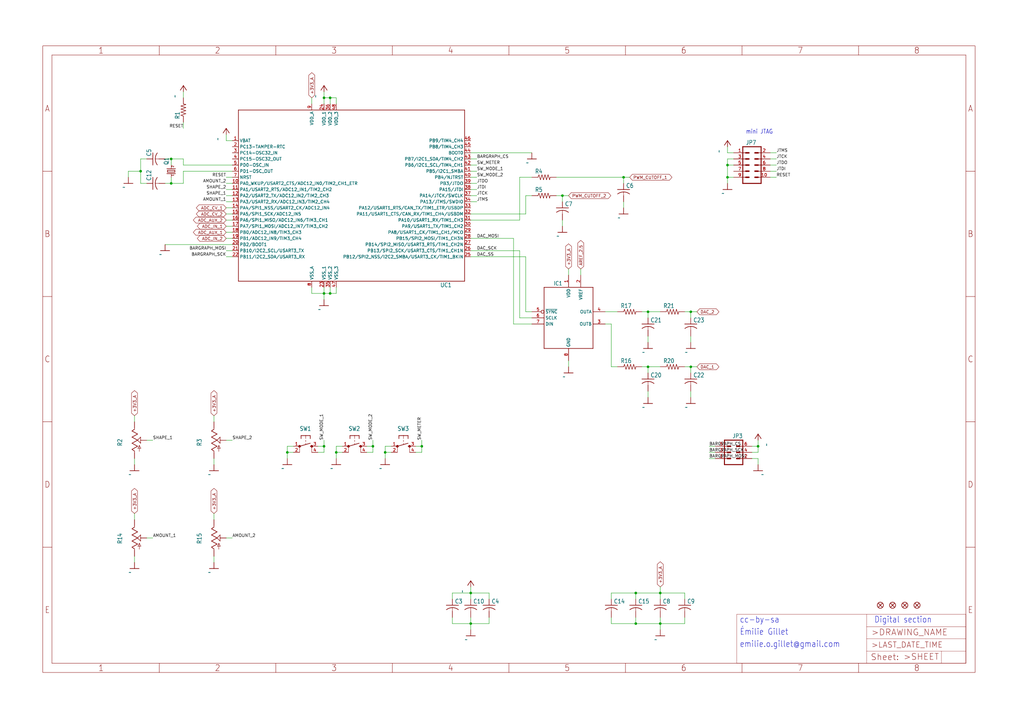
<source format=kicad_sch>
(kicad_sch (version 20211123) (generator eeschema)
  (paper "User" 425.45 299.161)
  (lib_symbols
    (symbol "streams_v05-eagle-import:+3V3" (power)
      (property "Value" "+3V3" (at -2.54 -5.08 90))
      (symbol "+3V3_1_0"
        (polyline (pts (xy 0 0) (xy -1.27 -1.905)) (stroke (width 0.254)))
        (polyline (pts (xy 1.27 -1.905) (xy 0 0)) (stroke (width 0.254)))
        (pin power_in line (at 0 -2.54 90) (length 2.54) (name "+3V3") (number "1"))
      )
    )
    (symbol "streams_v05-eagle-import:A3L-LOC"
      (symbol "A3L-LOC_0_0"
        (polyline (pts (xy 0 52.07) (xy 3.81 52.07)))
        (polyline (pts (xy 0 104.14) (xy 3.81 104.14)))
        (polyline (pts (xy 0 156.21) (xy 3.81 156.21)))
        (polyline (pts (xy 0 208.28) (xy 3.81 208.28)))
        (polyline (pts (xy 3.81 3.81) (xy 3.81 256.54)))
        (polyline (pts (xy 48.4188 0) (xy 48.4188 3.81)))
        (polyline (pts (xy 48.4188 256.54) (xy 48.4188 260.35)))
        (polyline (pts (xy 96.8375 0) (xy 96.8375 3.81)))
        (polyline (pts (xy 96.8375 256.54) (xy 96.8375 260.35)))
        (polyline (pts (xy 145.2563 0) (xy 145.2563 3.81)))
        (polyline (pts (xy 145.2563 256.54) (xy 145.2563 260.35)))
        (polyline (pts (xy 193.675 0) (xy 193.675 3.81)))
        (polyline (pts (xy 193.675 256.54) (xy 193.675 260.35)))
        (polyline (pts (xy 242.0938 0) (xy 242.0938 3.81)))
        (polyline (pts (xy 242.0938 256.54) (xy 242.0938 260.35)))
        (polyline (pts (xy 290.5125 0) (xy 290.5125 3.81)))
        (polyline (pts (xy 290.5125 256.54) (xy 290.5125 260.35)))
        (polyline (pts (xy 338.9313 0) (xy 338.9313 3.81)))
        (polyline (pts (xy 338.9313 256.54) (xy 338.9313 260.35)))
        (polyline (pts (xy 383.54 3.81) (xy 3.81 3.81)))
        (polyline (pts (xy 383.54 3.81) (xy 383.54 256.54)))
        (polyline (pts (xy 383.54 52.07) (xy 387.35 52.07)))
        (polyline (pts (xy 383.54 104.14) (xy 387.35 104.14)))
        (polyline (pts (xy 383.54 156.21) (xy 387.35 156.21)))
        (polyline (pts (xy 383.54 208.28) (xy 387.35 208.28)))
        (polyline (pts (xy 383.54 256.54) (xy 3.81 256.54)))
        (polyline (pts (xy 0 0) (xy 387.35 0) (xy 387.35 260.35) (xy 0 260.35) (xy 0 0)))
        (text "1" (at 24.2094 1.905 0) (effects (font (size 2.54 2.286))))
        (text "1" (at 24.2094 258.445 0) (effects (font (size 2.54 2.286))))
        (text "2" (at 72.6281 1.905 0) (effects (font (size 2.54 2.286))))
        (text "2" (at 72.6281 258.445 0) (effects (font (size 2.54 2.286))))
        (text "3" (at 121.0469 1.905 0) (effects (font (size 2.54 2.286))))
        (text "3" (at 121.0469 258.445 0) (effects (font (size 2.54 2.286))))
        (text "4" (at 169.4656 1.905 0) (effects (font (size 2.54 2.286))))
        (text "4" (at 169.4656 258.445 0) (effects (font (size 2.54 2.286))))
        (text "5" (at 217.8844 1.905 0) (effects (font (size 2.54 2.286))))
        (text "5" (at 217.8844 258.445 0) (effects (font (size 2.54 2.286))))
        (text "6" (at 266.3031 1.905 0) (effects (font (size 2.54 2.286))))
        (text "6" (at 266.3031 258.445 0) (effects (font (size 2.54 2.286))))
        (text "7" (at 314.7219 1.905 0) (effects (font (size 2.54 2.286))))
        (text "7" (at 314.7219 258.445 0) (effects (font (size 2.54 2.286))))
        (text "8" (at 363.1406 1.905 0) (effects (font (size 2.54 2.286))))
        (text "8" (at 363.1406 258.445 0) (effects (font (size 2.54 2.286))))
        (text "A" (at 1.905 234.315 0) (effects (font (size 2.54 2.286))))
        (text "A" (at 385.445 234.315 0) (effects (font (size 2.54 2.286))))
        (text "B" (at 1.905 182.245 0) (effects (font (size 2.54 2.286))))
        (text "B" (at 385.445 182.245 0) (effects (font (size 2.54 2.286))))
        (text "C" (at 1.905 130.175 0) (effects (font (size 2.54 2.286))))
        (text "C" (at 385.445 130.175 0) (effects (font (size 2.54 2.286))))
        (text "D" (at 1.905 78.105 0) (effects (font (size 2.54 2.286))))
        (text "D" (at 385.445 78.105 0) (effects (font (size 2.54 2.286))))
        (text "E" (at 1.905 26.035 0) (effects (font (size 2.54 2.286))))
        (text "E" (at 385.445 26.035 0) (effects (font (size 2.54 2.286))))
      )
      (symbol "A3L-LOC_1_0"
        (polyline (pts (xy 288.29 3.81) (xy 288.29 24.13)) (stroke (width 0.1016)))
        (polyline (pts (xy 288.29 3.81) (xy 342.265 3.81)) (stroke (width 0.1016)))
        (polyline (pts (xy 288.29 24.13) (xy 342.265 24.13)) (stroke (width 0.1016)))
        (polyline (pts (xy 342.265 3.81) (xy 373.38 3.81)) (stroke (width 0.1016)))
        (polyline (pts (xy 342.265 8.89) (xy 342.265 3.81)) (stroke (width 0.1016)))
        (polyline (pts (xy 342.265 8.89) (xy 342.265 13.97)) (stroke (width 0.1016)))
        (polyline (pts (xy 342.265 13.97) (xy 342.265 19.05)) (stroke (width 0.1016)))
        (polyline (pts (xy 342.265 13.97) (xy 383.54 13.97)) (stroke (width 0.1016)))
        (polyline (pts (xy 342.265 19.05) (xy 342.265 24.13)) (stroke (width 0.1016)))
        (polyline (pts (xy 342.265 19.05) (xy 383.54 19.05)) (stroke (width 0.1016)))
        (polyline (pts (xy 342.265 24.13) (xy 383.54 24.13)) (stroke (width 0.1016)))
        (polyline (pts (xy 373.38 3.81) (xy 373.38 8.89)) (stroke (width 0.1016)))
        (polyline (pts (xy 373.38 3.81) (xy 383.54 3.81)) (stroke (width 0.1016)))
        (polyline (pts (xy 373.38 8.89) (xy 342.265 8.89)) (stroke (width 0.1016)))
        (polyline (pts (xy 373.38 8.89) (xy 383.54 8.89)) (stroke (width 0.1016)))
        (polyline (pts (xy 383.54 3.81) (xy 383.54 8.89)) (stroke (width 0.1016)))
        (polyline (pts (xy 383.54 8.89) (xy 383.54 13.97)) (stroke (width 0.1016)))
        (polyline (pts (xy 383.54 13.97) (xy 383.54 19.05)) (stroke (width 0.1016)))
        (polyline (pts (xy 383.54 19.05) (xy 383.54 24.13)) (stroke (width 0.1016)))
        (text ">DRAWING_NAME" (at 344.17 15.24 0) (effects (font (size 2.54 2.54)) (justify left bottom)))
        (text ">LAST_DATE_TIME" (at 344.17 10.16 0) (effects (font (size 2.286 2.286)) (justify left bottom)))
        (text ">SHEET" (at 357.505 5.08 0) (effects (font (size 2.54 2.54)) (justify left bottom)))
        (text "Sheet:" (at 343.916 4.953 0) (effects (font (size 2.54 2.54)) (justify left bottom)))
      )
    )
    (symbol "streams_v05-eagle-import:C-USC0603"
      (property "Reference" "C" (at 1.016 0.635 0))
      (property "Value" "C-USC0603" (at 1.016 -4.191 0))
      (symbol "C-USC0603_1_0"
        (arc (start 0 -1.0161) (mid -1.302 -1.2303) (end -2.4668 -1.8504) (stroke (width 0.254)))
        (polyline (pts (xy -2.54 0) (xy 2.54 0)) (stroke (width 0.254)))
        (polyline (pts (xy 0 -1.016) (xy 0 -2.54)) (stroke (width 0.1524)))
        (arc (start 2.4892 -1.8542) (mid 1.3158 -1.2195) (end 0 -1) (stroke (width 0.254)))
        (pin passive line (at 0 2.54 270) (length 2.54) (name "1") (number "1"))
        (pin passive line (at 0 -5.08 90) (length 2.54) (name "2") (number "2"))
      )
    )
    (symbol "streams_v05-eagle-import:CRYSTALHC49UP"
      (property "Reference" "Q" (at 2.54 1.016 0))
      (property "Value" "CRYSTALHC49UP" (at 2.54 -2.54 0))
      (symbol "CRYSTALHC49UP_1_0"
        (polyline (pts (xy -2.54 0) (xy -1.016 0)) (stroke (width 0.1524)))
        (polyline (pts (xy -1.016 1.778) (xy -1.016 -1.778)) (stroke (width 0.254)))
        (polyline (pts (xy -0.381 -1.524) (xy 0.381 -1.524)) (stroke (width 0.254)))
        (polyline (pts (xy -0.381 1.524) (xy -0.381 -1.524)) (stroke (width 0.254)))
        (polyline (pts (xy 0.381 -1.524) (xy 0.381 1.524)) (stroke (width 0.254)))
        (polyline (pts (xy 0.381 1.524) (xy -0.381 1.524)) (stroke (width 0.254)))
        (polyline (pts (xy 1.016 0) (xy 2.54 0)) (stroke (width 0.1524)))
        (polyline (pts (xy 1.016 1.778) (xy 1.016 -1.778)) (stroke (width 0.254)))
        (text "1" (at -2.159 -1.143 0) (effects (font (size 0.8636 0.734)) (justify left bottom)))
        (text "2" (at 1.524 -1.143 0) (effects (font (size 0.8636 0.734)) (justify left bottom)))
        (pin passive line (at -2.54 0 0) (length 0) (name "1") (number "1"))
        (pin passive line (at 2.54 0 180) (length 0) (name "2") (number "2"))
      )
    )
    (symbol "streams_v05-eagle-import:DAC8552"
      (property "Reference" "IC" (at -2.54 15.24 0))
      (property "Value" "DAC8552" (at -10.16 -15.24 0))
      (symbol "DAC8552_1_0"
        (polyline (pts (xy -10.16 -12.7) (xy -10.16 12.7)) (stroke (width 0.254)))
        (polyline (pts (xy -10.16 12.7) (xy 10.16 12.7)) (stroke (width 0.254)))
        (polyline (pts (xy 10.16 -12.7) (xy -10.16 -12.7)) (stroke (width 0.254)))
        (polyline (pts (xy 10.16 12.7) (xy 10.16 -12.7)) (stroke (width 0.254)))
        (pin power_in line (at 0 17.78 270) (length 5.08) (name "VDD") (number "1"))
        (pin power_in line (at 5.08 17.78 270) (length 5.08) (name "VREF") (number "2"))
        (pin input line (at 15.24 -2.54 180) (length 5.08) (name "OUTB") (number "3"))
        (pin output line (at 15.24 2.54 180) (length 5.08) (name "OUTA") (number "4"))
        (pin bidirectional inverted (at -15.24 2.54 0) (length 5.08) (name "~{SYNC}") (number "5"))
        (pin bidirectional line (at -15.24 0 0) (length 5.08) (name "SCLK") (number "6"))
        (pin bidirectional line (at -15.24 -2.54 0) (length 5.08) (name "DIN") (number "7"))
        (pin power_in line (at 0 -17.78 90) (length 5.08) (name "GND") (number "8"))
      )
    )
    (symbol "streams_v05-eagle-import:FIDUCIAL1X2"
      (symbol "FIDUCIAL1X2_1_0"
        (polyline (pts (xy -0.762 0.762) (xy 0.762 -0.762)) (stroke (width 0.254)))
        (polyline (pts (xy 0.762 0.762) (xy -0.762 -0.762)) (stroke (width 0.254)))
        (circle (center 0 0) (radius 1.27) (stroke (width 0.254)))
      )
    )
    (symbol "streams_v05-eagle-import:GND" (power)
      (property "Value" "GND" (at -2.54 -2.54 0))
      (symbol "GND_1_0"
        (polyline (pts (xy -1.905 0) (xy 1.905 0)) (stroke (width 0.254)))
        (pin power_in line (at 0 2.54 270) (length 2.54) (name "GND") (number "1"))
      )
    )
    (symbol "streams_v05-eagle-import:M03X2BOTTOM"
      (property "Reference" "JP" (at -3.81 5.842 0))
      (property "Value" "M03X2BOTTOM" (at -3.81 -7.62 0))
      (symbol "M03X2BOTTOM_1_0"
        (polyline (pts (xy -3.81 5.08) (xy -3.81 -5.08)) (stroke (width 0.4064)))
        (polyline (pts (xy -3.81 5.08) (xy 3.81 5.08)) (stroke (width 0.4064)))
        (polyline (pts (xy -2.54 -2.54) (xy -1.27 -2.54)) (stroke (width 0.6096)))
        (polyline (pts (xy -2.54 0) (xy -1.27 0)) (stroke (width 0.6096)))
        (polyline (pts (xy -2.54 2.54) (xy -1.27 2.54)) (stroke (width 0.6096)))
        (polyline (pts (xy 1.27 -2.54) (xy 2.54 -2.54)) (stroke (width 0.6096)))
        (polyline (pts (xy 1.27 0) (xy 2.54 0)) (stroke (width 0.6096)))
        (polyline (pts (xy 1.27 2.54) (xy 2.54 2.54)) (stroke (width 0.6096)))
        (polyline (pts (xy 3.81 -5.08) (xy -3.81 -5.08)) (stroke (width 0.4064)))
        (polyline (pts (xy 3.81 -5.08) (xy 3.81 5.08)) (stroke (width 0.4064)))
        (pin passive line (at 7.62 -2.54 180) (length 5.08) (name "1") (number "1"))
        (pin passive line (at -7.62 -2.54 0) (length 5.08) (name "2") (number "2"))
        (pin passive line (at 7.62 0 180) (length 5.08) (name "3") (number "3"))
        (pin passive line (at -7.62 0 0) (length 5.08) (name "4") (number "4"))
        (pin passive line (at 7.62 2.54 180) (length 5.08) (name "5") (number "5"))
        (pin passive line (at -7.62 2.54 0) (length 5.08) (name "6") (number "6"))
      )
    )
    (symbol "streams_v05-eagle-import:M05X2MINIJTAG"
      (property "Reference" "JP" (at -2.54 8.382 0))
      (property "Value" "M05X2MINIJTAG" (at -2.54 -10.16 0))
      (symbol "M05X2MINIJTAG_1_0"
        (polyline (pts (xy -3.81 7.62) (xy -3.81 -7.62)) (stroke (width 0.4064)))
        (polyline (pts (xy -3.81 7.62) (xy 3.81 7.62)) (stroke (width 0.4064)))
        (polyline (pts (xy -1.27 -5.08) (xy -2.54 -5.08)) (stroke (width 0.6096)))
        (polyline (pts (xy -1.27 -2.54) (xy -2.54 -2.54)) (stroke (width 0.6096)))
        (polyline (pts (xy -1.27 0) (xy -2.54 0)) (stroke (width 0.6096)))
        (polyline (pts (xy -1.27 2.54) (xy -2.54 2.54)) (stroke (width 0.6096)))
        (polyline (pts (xy -1.27 5.08) (xy -2.54 5.08)) (stroke (width 0.6096)))
        (polyline (pts (xy 1.27 -5.08) (xy 2.54 -5.08)) (stroke (width 0.6096)))
        (polyline (pts (xy 1.27 -2.54) (xy 2.54 -2.54)) (stroke (width 0.6096)))
        (polyline (pts (xy 1.27 0) (xy 2.54 0)) (stroke (width 0.6096)))
        (polyline (pts (xy 1.27 2.54) (xy 2.54 2.54)) (stroke (width 0.6096)))
        (polyline (pts (xy 1.27 5.08) (xy 2.54 5.08)) (stroke (width 0.6096)))
        (polyline (pts (xy 3.81 -7.62) (xy -3.81 -7.62)) (stroke (width 0.4064)))
        (polyline (pts (xy 3.81 -7.62) (xy 3.81 7.62)) (stroke (width 0.4064)))
        (pin passive line (at -7.62 5.08 0) (length 5.08) (name "1") (number "1"))
        (pin passive line (at 7.62 -5.08 180) (length 5.08) (name "10") (number "10"))
        (pin passive line (at 7.62 5.08 180) (length 5.08) (name "2") (number "2"))
        (pin passive line (at -7.62 2.54 0) (length 5.08) (name "3") (number "3"))
        (pin passive line (at 7.62 2.54 180) (length 5.08) (name "4") (number "4"))
        (pin passive line (at -7.62 0 0) (length 5.08) (name "5") (number "5"))
        (pin passive line (at 7.62 0 180) (length 5.08) (name "6") (number "6"))
        (pin passive line (at -7.62 -2.54 0) (length 5.08) (name "7") (number "7"))
        (pin passive line (at 7.62 -2.54 180) (length 5.08) (name "8") (number "8"))
        (pin passive line (at -7.62 -5.08 0) (length 5.08) (name "9") (number "9"))
      )
    )
    (symbol "streams_v05-eagle-import:POT_USVERTICAL_PS"
      (property "Reference" "R" (at -5.08 -2.54 90))
      (property "Value" "POT_USVERTICAL_PS" (at -2.54 -2.54 90))
      (symbol "POT_USVERTICAL_PS_1_0"
        (polyline (pts (xy -1.016 -3.81) (xy 1.27 -2.54)) (stroke (width 0.254)))
        (polyline (pts (xy -1.016 -1.27) (xy 1.27 0)) (stroke (width 0.254)))
        (polyline (pts (xy -1.016 1.27) (xy 1.27 2.54)) (stroke (width 0.254)))
        (polyline (pts (xy -1.016 3.81) (xy 0 4.572)) (stroke (width 0.254)))
        (polyline (pts (xy 0 -5.08) (xy 0 -4.572)) (stroke (width 0.1524)))
        (polyline (pts (xy 0 -4.572) (xy -1.016 -3.81)) (stroke (width 0.254)))
        (polyline (pts (xy 0 4.572) (xy 0 5.08)) (stroke (width 0.1524)))
        (polyline (pts (xy 1.27 -2.54) (xy -1.016 -1.27)) (stroke (width 0.254)))
        (polyline (pts (xy 1.27 0) (xy -1.016 1.27)) (stroke (width 0.254)))
        (polyline (pts (xy 1.27 0) (xy 2.54 1.27)) (stroke (width 0.2032)))
        (polyline (pts (xy 1.27 2.54) (xy -1.016 3.81)) (stroke (width 0.254)))
        (polyline (pts (xy 1.397 -3.429) (xy 2.032 -2.159)) (stroke (width 0.1524)))
        (polyline (pts (xy 2.032 -4.699) (xy 2.032 -2.159)) (stroke (width 0.1524)))
        (polyline (pts (xy 2.032 -2.159) (xy 2.667 -3.429)) (stroke (width 0.1524)))
        (polyline (pts (xy 2.54 -1.27) (xy 1.27 0)) (stroke (width 0.2032)))
        (polyline (pts (xy 2.54 1.27) (xy 2.54 -1.27)) (stroke (width 0.2032)))
        (polyline (pts (xy 2.667 -3.429) (xy 1.397 -3.429)) (stroke (width 0.1524)))
        (pin passive line (at 0 7.62 270) (length 2.54) (name "E") (number "P$1"))
        (pin passive line (at 5.08 0 180) (length 2.54) (name "S") (number "P$2"))
        (pin passive line (at 0 -7.62 90) (length 2.54) (name "A") (number "P$3"))
      )
    )
    (symbol "streams_v05-eagle-import:R-US_R0603"
      (property "Reference" "R" (at -3.81 1.4986 0))
      (property "Value" "R-US_R0603" (at -3.81 -3.302 0))
      (symbol "R-US_R0603_1_0"
        (polyline (pts (xy -2.54 0) (xy -2.159 1.016)) (stroke (width 0.2032)))
        (polyline (pts (xy -2.159 1.016) (xy -1.524 -1.016)) (stroke (width 0.2032)))
        (polyline (pts (xy -1.524 -1.016) (xy -0.889 1.016)) (stroke (width 0.2032)))
        (polyline (pts (xy -0.889 1.016) (xy -0.254 -1.016)) (stroke (width 0.2032)))
        (polyline (pts (xy -0.254 -1.016) (xy 0.381 1.016)) (stroke (width 0.2032)))
        (polyline (pts (xy 0.381 1.016) (xy 1.016 -1.016)) (stroke (width 0.2032)))
        (polyline (pts (xy 1.016 -1.016) (xy 1.651 1.016)) (stroke (width 0.2032)))
        (polyline (pts (xy 1.651 1.016) (xy 2.286 -1.016)) (stroke (width 0.2032)))
        (polyline (pts (xy 2.286 -1.016) (xy 2.54 0)) (stroke (width 0.2032)))
        (pin passive line (at -5.08 0 0) (length 2.54) (name "1") (number "1"))
        (pin passive line (at 5.08 0 180) (length 2.54) (name "2") (number "2"))
      )
    )
    (symbol "streams_v05-eagle-import:STM32F103CB"
      (property "Value" "STM32F103CB" (at 45.72 38.1 0))
      (symbol "STM32F103CB_1_0"
        (polyline (pts (xy -45.72 -35.56) (xy 48.26 -35.56)) (stroke (width 0.254)))
        (polyline (pts (xy -45.72 35.56) (xy -45.72 -35.56)) (stroke (width 0.254)))
        (polyline (pts (xy 48.26 -35.56) (xy 48.26 35.56)) (stroke (width 0.254)))
        (polyline (pts (xy 48.26 35.56) (xy -45.72 35.56)) (stroke (width 0.254)))
        (pin power_in line (at -48.26 22.86 0) (length 2.54) (name "VBAT") (number "1"))
        (pin bidirectional line (at -48.26 5.08 0) (length 2.54) (name "PA0_WKUP/USART2_CTS/ADC12_IN0/TIM2_CH1_ETR") (number "10"))
        (pin bidirectional line (at -48.26 2.54 0) (length 2.54) (name "PA1/USART2_RTS/ADC12_IN1/TIM2_CH2") (number "11"))
        (pin bidirectional line (at -48.26 0 0) (length 2.54) (name "PA2/USART2_TX/ADC12_IN2/TIM2_CH3") (number "12"))
        (pin bidirectional line (at -48.26 -2.54 0) (length 2.54) (name "PA3/USART2_RX/ADC12_IN3/TIM2_CH4") (number "13"))
        (pin bidirectional line (at -48.26 -5.08 0) (length 2.54) (name "PA4/SPI1_NSS/USART2_CK/ADC12_IN4") (number "14"))
        (pin bidirectional line (at -48.26 -7.62 0) (length 2.54) (name "PA5/SPI1_SCK/ADC12_IN5") (number "15"))
        (pin bidirectional line (at -48.26 -10.16 0) (length 2.54) (name "PA6/SPI1_MISO/ADC12_IN6/TIM3_CH1") (number "16"))
        (pin bidirectional line (at -48.26 -12.7 0) (length 2.54) (name "PA7/SPI1_MOSI/ADC12_IN7/TIM3_CH2") (number "17"))
        (pin bidirectional line (at -48.26 -15.24 0) (length 2.54) (name "PB0/ADC12_IN8/TIM3_CH3") (number "18"))
        (pin bidirectional line (at -48.26 -17.78 0) (length 2.54) (name "PB1/ADC12_IN9/TIM3_CH4") (number "19"))
        (pin input line (at -48.26 20.32 0) (length 2.54) (name "PC13-TAMPER-RTC") (number "2"))
        (pin bidirectional line (at -48.26 -20.32 0) (length 2.54) (name "PB2/BOOT1") (number "20"))
        (pin input line (at -48.26 -22.86 0) (length 2.54) (name "PB10/I2C2_SCL/USART3_TX") (number "21"))
        (pin input line (at -48.26 -25.4 0) (length 2.54) (name "PB11/I2C2_SDA/USART3_RX") (number "22"))
        (pin power_in line (at -10.16 -38.1 90) (length 2.54) (name "VSS_1") (number "23"))
        (pin power_in line (at -10.16 38.1 270) (length 2.54) (name "VDD_1") (number "24"))
        (pin input line (at 50.8 -25.4 180) (length 2.54) (name "PB12/SPI2_NSS/I2C2_SMBA/USART3_CK/TIM1_BKIN") (number "25"))
        (pin input line (at 50.8 -22.86 180) (length 2.54) (name "PB13/SPI2_SCK/USART3_CTS/TIM1_CH1N") (number "26"))
        (pin input line (at 50.8 -20.32 180) (length 2.54) (name "PB14/SPI2_MISO/USART3_RTS/TIM1_CH2N") (number "27"))
        (pin input line (at 50.8 -17.78 180) (length 2.54) (name "PB15/SPI2_MOSI/TIM1_CH3N") (number "28"))
        (pin bidirectional line (at 50.8 -15.24 180) (length 2.54) (name "PA8/USART1_CK/TIM1_CH1/MCO") (number "29"))
        (pin input line (at -48.26 17.78 0) (length 2.54) (name "PC14-OSC32_IN") (number "3"))
        (pin input line (at 50.8 -12.7 180) (length 2.54) (name "PA9/USART1_TX/TIM1_CH2") (number "30"))
        (pin bidirectional line (at 50.8 -10.16 180) (length 2.54) (name "PA10/USART1_RX/TIM1_CH3") (number "31"))
        (pin bidirectional line (at 50.8 -7.62 180) (length 2.54) (name "PA11/USART1_CTS/CAN_RX/TIM1_CH4/USBDM") (number "32"))
        (pin bidirectional line (at 50.8 -5.08 180) (length 2.54) (name "PA12/USART1_RTS/CAN_TX/TIM1_ETR/USBDP") (number "33"))
        (pin bidirectional line (at 50.8 -2.54 180) (length 2.54) (name "PA13/JTMS/SWDIO") (number "34"))
        (pin power_in line (at -7.62 -38.1 90) (length 2.54) (name "VSS_2") (number "35"))
        (pin power_in line (at -7.62 38.1 270) (length 2.54) (name "VDD_2") (number "36"))
        (pin bidirectional line (at 50.8 0 180) (length 2.54) (name "PA14/JTCK/SWCLK") (number "37"))
        (pin bidirectional line (at 50.8 2.54 180) (length 2.54) (name "PA15/JTDI") (number "38"))
        (pin bidirectional line (at 50.8 5.08 180) (length 2.54) (name "PB3/JTDO") (number "39"))
        (pin input line (at -48.26 15.24 0) (length 2.54) (name "PC15-OSC32_OUT") (number "4"))
        (pin bidirectional line (at 50.8 7.62 180) (length 2.54) (name "PB4/NJTRST") (number "40"))
        (pin input line (at 50.8 10.16 180) (length 2.54) (name "PB5/I2C1_SMBA") (number "41"))
        (pin input line (at 50.8 12.7 180) (length 2.54) (name "PB6/I2C1_SCL/TIM4_CH1") (number "42"))
        (pin bidirectional line (at 50.8 15.24 180) (length 2.54) (name "PB7/I2C1_SDA/TIM4_CH2") (number "43"))
        (pin input line (at 50.8 17.78 180) (length 2.54) (name "BOOT0") (number "44"))
        (pin bidirectional line (at 50.8 20.32 180) (length 2.54) (name "PB8/TIM4_CH3") (number "45"))
        (pin input line (at 50.8 22.86 180) (length 2.54) (name "PB9/TIM4_CH4") (number "46"))
        (pin power_in line (at -5.08 -38.1 90) (length 2.54) (name "VSS_3") (number "47"))
        (pin power_in line (at -5.08 38.1 270) (length 2.54) (name "VDD_3") (number "48"))
        (pin input line (at -48.26 12.7 0) (length 2.54) (name "PD0-OSC_IN") (number "5"))
        (pin input line (at -48.26 10.16 0) (length 2.54) (name "PD1-OSC_OUT") (number "6"))
        (pin input line (at -48.26 7.62 0) (length 2.54) (name "NRST") (number "7"))
        (pin power_in line (at -15.24 -38.1 90) (length 2.54) (name "VSS_A") (number "8"))
        (pin power_in line (at -15.24 38.1 270) (length 2.54) (name "VDD_A") (number "9"))
      )
    )
    (symbol "streams_v05-eagle-import:TAC_SWITCHPTH"
      (property "Reference" "S" (at -2.54 6.35 0))
      (property "Value" "TAC_SWITCHPTH" (at -2.54 -6.35 0))
      (symbol "TAC_SWITCHPTH_1_0"
        (circle (center -2.54 0) (radius 0.127) (stroke (width 0.4064)))
        (polyline (pts (xy -2.54 -2.54) (xy -2.54 0)) (stroke (width 0.1524)))
        (polyline (pts (xy -2.54 0) (xy 1.905 1.27)) (stroke (width 0.254)))
        (polyline (pts (xy -1.905 4.445) (xy -1.905 3.175)) (stroke (width 0.254)))
        (polyline (pts (xy 0 1.27) (xy 0 0.635)) (stroke (width 0.1524)))
        (polyline (pts (xy 0 2.54) (xy 0 1.905)) (stroke (width 0.1524)))
        (polyline (pts (xy 0 4.445) (xy -1.905 4.445)) (stroke (width 0.254)))
        (polyline (pts (xy 0 4.445) (xy 0 3.175)) (stroke (width 0.1524)))
        (polyline (pts (xy 1.905 0) (xy 2.54 0)) (stroke (width 0.254)))
        (polyline (pts (xy 1.905 4.445) (xy 0 4.445)) (stroke (width 0.254)))
        (polyline (pts (xy 1.905 4.445) (xy 1.905 3.175)) (stroke (width 0.254)))
        (polyline (pts (xy 2.54 -2.54) (xy 2.54 0)) (stroke (width 0.1524)))
        (circle (center 2.54 0) (radius 0.127) (stroke (width 0.4064)))
        (pin passive line (at -5.08 0 0) (length 2.54) (name "1") (number "1"))
        (pin passive line (at -5.08 -2.54 0) (length 2.54) (name "2") (number "2"))
        (pin passive line (at 5.08 0 180) (length 2.54) (name "3") (number "3"))
        (pin passive line (at 5.08 -2.54 180) (length 2.54) (name "4") (number "4"))
      )
    )
  )
  (junction (at 71.12 66.04))
  (junction (at 71.12 76.2))
  (junction (at 139.7 187.96))
  (junction (at 269.24 152.4))
  (junction (at 259.08 73.66))
  (junction (at 134.62 185.42))
  (junction (at 287.02 152.4))
  (junction (at 137.16 40.64))
  (junction (at 269.24 129.54))
  (junction (at 195.58 259.08))
  (junction (at 154.94 185.42))
  (junction (at 134.62 40.64))
  (junction (at 119.38 187.96))
  (junction (at 274.32 246.38))
  (junction (at 274.32 259.08))
  (junction (at 175.26 185.42))
  (junction (at 134.62 121.92))
  (junction (at 302.26 73.66))
  (junction (at 314.96 185.42))
  (junction (at 264.16 259.08))
  (junction (at 302.26 68.58))
  (junction (at 137.16 121.92))
  (junction (at 58.42 71.12))
  (junction (at 287.02 129.54))
  (junction (at 264.16 246.38))
  (junction (at 233.68 81.28))
  (junction (at 160.02 187.96))
  (junction (at 195.58 246.38))
  (wire (pts (xy 264.16 246.38) (xy 264.16 248.92)))
  (wire (pts (xy 231.14 73.66) (xy 259.08 73.66)))
  (wire (pts (xy 152.4 187.96) (xy 154.94 187.96)))
  (wire (pts (xy 195.58 259.08) (xy 203.2 259.08)))
  (wire (pts (xy 142.24 185.42) (xy 139.7 185.42)))
  (wire (pts (xy 254 256.54) (xy 254 259.08)))
  (wire (pts (xy 284.48 259.08) (xy 284.48 256.54)))
  (wire (pts (xy 76.2 66.04) (xy 71.12 66.04)))
  (wire (pts (xy 213.36 99.06) (xy 213.36 134.62)))
  (wire (pts (xy 195.58 81.28) (xy 198.12 81.28)))
  (wire (pts (xy 320.04 71.12) (xy 322.58 71.12)))
  (wire (pts (xy 314.96 185.42) (xy 314.96 182.88)))
  (wire (pts (xy 137.16 121.92) (xy 139.7 121.92)))
  (wire (pts (xy 93.98 93.98) (xy 96.52 93.98)))
  (wire (pts (xy 195.58 83.82) (xy 198.12 83.82)))
  (wire (pts (xy 134.62 185.42) (xy 134.62 182.88)))
  (wire (pts (xy 274.32 259.08) (xy 284.48 259.08)))
  (wire (pts (xy 264.16 259.08) (xy 274.32 259.08)))
  (wire (pts (xy 274.32 246.38) (xy 284.48 246.38)))
  (wire (pts (xy 187.96 259.08) (xy 195.58 259.08)))
  (wire (pts (xy 259.08 73.66) (xy 261.62 73.66)))
  (wire (pts (xy 154.94 187.96) (xy 154.94 185.42)))
  (wire (pts (xy 119.38 185.42) (xy 119.38 187.96)))
  (wire (pts (xy 134.62 40.64) (xy 137.16 40.64)))
  (wire (pts (xy 129.54 43.18) (xy 129.54 40.64)))
  (wire (pts (xy 96.52 81.28) (xy 93.98 81.28)))
  (wire (pts (xy 175.26 185.42) (xy 175.26 182.88)))
  (wire (pts (xy 175.26 187.96) (xy 175.26 185.42)))
  (wire (pts (xy 195.58 259.08) (xy 195.58 261.62)))
  (wire (pts (xy 93.98 223.52) (xy 96.52 223.52)))
  (wire (pts (xy 93.98 106.68) (xy 96.52 106.68)))
  (wire (pts (xy 264.16 246.38) (xy 274.32 246.38)))
  (wire (pts (xy 236.22 152.4) (xy 236.22 149.86)))
  (wire (pts (xy 195.58 106.68) (xy 218.44 106.68)))
  (wire (pts (xy 215.9 91.44) (xy 195.58 91.44)))
  (wire (pts (xy 314.96 187.96) (xy 314.96 185.42)))
  (wire (pts (xy 58.42 71.12) (xy 53.34 71.12)))
  (wire (pts (xy 269.24 154.94) (xy 269.24 152.4)))
  (wire (pts (xy 187.96 256.54) (xy 187.96 259.08)))
  (wire (pts (xy 215.9 132.08) (xy 220.98 132.08)))
  (wire (pts (xy 76.2 50.8) (xy 76.2 53.34)))
  (wire (pts (xy 312.42 190.5) (xy 314.96 190.5)))
  (wire (pts (xy 195.58 73.66) (xy 198.12 73.66)))
  (wire (pts (xy 220.98 81.28) (xy 218.44 81.28)))
  (wire (pts (xy 96.52 73.66) (xy 93.98 73.66)))
  (wire (pts (xy 96.52 68.58) (xy 76.2 68.58)))
  (wire (pts (xy 58.42 76.2) (xy 60.96 76.2)))
  (wire (pts (xy 266.7 129.54) (xy 269.24 129.54)))
  (wire (pts (xy 160.02 185.42) (xy 160.02 187.96)))
  (wire (pts (xy 236.22 114.3) (xy 236.22 111.76)))
  (wire (pts (xy 134.62 38.1) (xy 134.62 40.64)))
  (wire (pts (xy 63.5 182.88) (xy 60.96 182.88)))
  (wire (pts (xy 195.58 71.12) (xy 198.12 71.12)))
  (wire (pts (xy 96.52 83.82) (xy 93.98 83.82)))
  (wire (pts (xy 93.98 86.36) (xy 96.52 86.36)))
  (wire (pts (xy 55.88 190.5) (xy 55.88 193.04)))
  (wire (pts (xy 68.58 66.04) (xy 71.12 66.04)))
  (wire (pts (xy 312.42 185.42) (xy 314.96 185.42)))
  (wire (pts (xy 93.98 76.2) (xy 96.52 76.2)))
  (wire (pts (xy 137.16 119.38) (xy 137.16 121.92)))
  (wire (pts (xy 93.98 104.14) (xy 96.52 104.14)))
  (wire (pts (xy 302.26 68.58) (xy 302.26 73.66)))
  (wire (pts (xy 195.58 68.58) (xy 198.12 68.58)))
  (wire (pts (xy 269.24 139.7) (xy 269.24 142.24)))
  (wire (pts (xy 320.04 63.5) (xy 322.58 63.5)))
  (wire (pts (xy 76.2 38.1) (xy 76.2 40.64)))
  (wire (pts (xy 139.7 185.42) (xy 139.7 187.96)))
  (wire (pts (xy 254 246.38) (xy 254 248.92)))
  (wire (pts (xy 132.08 187.96) (xy 134.62 187.96)))
  (wire (pts (xy 139.7 40.64) (xy 139.7 43.18)))
  (wire (pts (xy 302.26 66.04) (xy 302.26 68.58)))
  (wire (pts (xy 233.68 81.28) (xy 233.68 83.82)))
  (wire (pts (xy 254 246.38) (xy 264.16 246.38)))
  (wire (pts (xy 284.48 129.54) (xy 287.02 129.54)))
  (wire (pts (xy 134.62 121.92) (xy 137.16 121.92)))
  (wire (pts (xy 134.62 119.38) (xy 134.62 121.92)))
  (wire (pts (xy 215.9 91.44) (xy 215.9 73.66)))
  (wire (pts (xy 320.04 73.66) (xy 322.58 73.66)))
  (wire (pts (xy 58.42 66.04) (xy 58.42 71.12)))
  (wire (pts (xy 304.8 73.66) (xy 302.26 73.66)))
  (wire (pts (xy 96.52 101.6) (xy 68.58 101.6)))
  (wire (pts (xy 304.8 68.58) (xy 302.26 68.58)))
  (wire (pts (xy 172.72 185.42) (xy 175.26 185.42)))
  (wire (pts (xy 320.04 68.58) (xy 322.58 68.58)))
  (wire (pts (xy 218.44 106.68) (xy 218.44 129.54)))
  (wire (pts (xy 195.58 99.06) (xy 213.36 99.06)))
  (wire (pts (xy 195.58 88.9) (xy 218.44 88.9)))
  (wire (pts (xy 254 259.08) (xy 264.16 259.08)))
  (wire (pts (xy 195.58 246.38) (xy 203.2 246.38)))
  (wire (pts (xy 274.32 261.62) (xy 274.32 259.08)))
  (wire (pts (xy 203.2 259.08) (xy 203.2 256.54)))
  (wire (pts (xy 76.2 71.12) (xy 96.52 71.12)))
  (wire (pts (xy 287.02 129.54) (xy 287.02 132.08)))
  (wire (pts (xy 60.96 66.04) (xy 58.42 66.04)))
  (wire (pts (xy 274.32 256.54) (xy 274.32 259.08)))
  (wire (pts (xy 119.38 187.96) (xy 119.38 190.5)))
  (wire (pts (xy 259.08 83.82) (xy 259.08 86.36)))
  (wire (pts (xy 58.42 71.12) (xy 58.42 76.2)))
  (wire (pts (xy 287.02 162.56) (xy 287.02 165.1)))
  (wire (pts (xy 134.62 43.18) (xy 134.62 40.64)))
  (wire (pts (xy 55.88 231.14) (xy 55.88 233.68)))
  (wire (pts (xy 284.48 152.4) (xy 287.02 152.4)))
  (wire (pts (xy 233.68 81.28) (xy 236.22 81.28)))
  (wire (pts (xy 129.54 121.92) (xy 134.62 121.92)))
  (wire (pts (xy 93.98 91.44) (xy 96.52 91.44)))
  (wire (pts (xy 264.16 259.08) (xy 264.16 256.54)))
  (wire (pts (xy 195.58 78.74) (xy 198.12 78.74)))
  (wire (pts (xy 213.36 134.62) (xy 220.98 134.62)))
  (wire (pts (xy 269.24 132.08) (xy 269.24 129.54)))
  (wire (pts (xy 93.98 182.88) (xy 96.52 182.88)))
  (wire (pts (xy 55.88 215.9) (xy 55.88 213.36)))
  (wire (pts (xy 195.58 256.54) (xy 195.58 259.08)))
  (wire (pts (xy 88.9 215.9) (xy 88.9 213.36)))
  (wire (pts (xy 93.98 99.06) (xy 96.52 99.06)))
  (wire (pts (xy 88.9 231.14) (xy 88.9 233.68)))
  (wire (pts (xy 266.7 152.4) (xy 269.24 152.4)))
  (wire (pts (xy 218.44 88.9) (xy 218.44 81.28)))
  (wire (pts (xy 139.7 119.38) (xy 139.7 121.92)))
  (wire (pts (xy 302.26 63.5) (xy 302.26 60.96)))
  (wire (pts (xy 287.02 129.54) (xy 289.56 129.54)))
  (wire (pts (xy 284.48 246.38) (xy 284.48 248.92)))
  (wire (pts (xy 195.58 76.2) (xy 198.12 76.2)))
  (wire (pts (xy 187.96 248.92) (xy 187.96 246.38)))
  (wire (pts (xy 297.18 187.96) (xy 294.64 187.96)))
  (wire (pts (xy 259.08 73.66) (xy 259.08 76.2)))
  (wire (pts (xy 137.16 43.18) (xy 137.16 40.64)))
  (wire (pts (xy 71.12 66.04) (xy 71.12 68.58)))
  (wire (pts (xy 233.68 91.44) (xy 233.68 93.98)))
  (wire (pts (xy 297.18 185.42) (xy 294.64 185.42)))
  (wire (pts (xy 274.32 246.38) (xy 274.32 243.84)))
  (wire (pts (xy 304.8 66.04) (xy 302.26 66.04)))
  (wire (pts (xy 218.44 129.54) (xy 220.98 129.54)))
  (wire (pts (xy 251.46 134.62) (xy 254 134.62)))
  (wire (pts (xy 241.3 114.3) (xy 241.3 111.76)))
  (wire (pts (xy 231.14 81.28) (xy 233.68 81.28)))
  (wire (pts (xy 93.98 78.74) (xy 96.52 78.74)))
  (wire (pts (xy 96.52 58.42) (xy 93.98 58.42)))
  (wire (pts (xy 137.16 40.64) (xy 139.7 40.64)))
  (wire (pts (xy 172.72 187.96) (xy 175.26 187.96)))
  (wire (pts (xy 304.8 63.5) (xy 302.26 63.5)))
  (wire (pts (xy 154.94 185.42) (xy 154.94 182.88)))
  (wire (pts (xy 121.92 185.42) (xy 119.38 185.42)))
  (wire (pts (xy 287.02 139.7) (xy 287.02 142.24)))
  (wire (pts (xy 320.04 66.04) (xy 322.58 66.04)))
  (wire (pts (xy 195.58 246.38) (xy 195.58 243.84)))
  (wire (pts (xy 68.58 76.2) (xy 71.12 76.2)))
  (wire (pts (xy 162.56 185.42) (xy 160.02 185.42)))
  (wire (pts (xy 76.2 68.58) (xy 76.2 66.04)))
  (wire (pts (xy 254 152.4) (xy 256.54 152.4)))
  (wire (pts (xy 254 134.62) (xy 254 152.4)))
  (wire (pts (xy 287.02 152.4) (xy 287.02 154.94)))
  (wire (pts (xy 215.9 104.14) (xy 215.9 132.08)))
  (wire (pts (xy 160.02 187.96) (xy 160.02 190.5)))
  (wire (pts (xy 297.18 190.5) (xy 294.64 190.5)))
  (wire (pts (xy 312.42 187.96) (xy 314.96 187.96)))
  (wire (pts (xy 152.4 185.42) (xy 154.94 185.42)))
  (wire (pts (xy 55.88 175.26) (xy 55.88 172.72)))
  (wire (pts (xy 121.92 187.96) (xy 119.38 187.96)))
  (wire (pts (xy 195.58 66.04) (xy 198.12 66.04)))
  (wire (pts (xy 195.58 248.92) (xy 195.58 246.38)))
  (wire (pts (xy 63.5 223.52) (xy 60.96 223.52)))
  (wire (pts (xy 269.24 129.54) (xy 274.32 129.54)))
  (wire (pts (xy 134.62 187.96) (xy 134.62 185.42)))
  (wire (pts (xy 76.2 76.2) (xy 76.2 71.12)))
  (wire (pts (xy 71.12 76.2) (xy 76.2 76.2)))
  (wire (pts (xy 93.98 88.9) (xy 96.52 88.9)))
  (wire (pts (xy 96.52 96.52) (xy 93.98 96.52)))
  (wire (pts (xy 195.58 104.14) (xy 215.9 104.14)))
  (wire (pts (xy 132.08 185.42) (xy 134.62 185.42)))
  (wire (pts (xy 302.26 73.66) (xy 302.26 76.2)))
  (wire (pts (xy 251.46 129.54) (xy 256.54 129.54)))
  (wire (pts (xy 129.54 119.38) (xy 129.54 121.92)))
  (wire (pts (xy 187.96 246.38) (xy 195.58 246.38)))
  (wire (pts (xy 88.9 175.26) (xy 88.9 172.72)))
  (wire (pts (xy 195.58 63.5) (xy 220.98 63.5)))
  (wire (pts (xy 71.12 76.2) (xy 71.12 73.66)))
  (wire (pts (xy 139.7 187.96) (xy 142.24 187.96)))
  (wire (pts (xy 88.9 190.5) (xy 88.9 193.04)))
  (wire (pts (xy 134.62 121.92) (xy 134.62 124.46)))
  (wire (pts (xy 269.24 152.4) (xy 274.32 152.4)))
  (wire (pts (xy 269.24 162.56) (xy 269.24 165.1)))
  (wire (pts (xy 215.9 73.66) (xy 220.98 73.66)))
  (wire (pts (xy 203.2 246.38) (xy 203.2 248.92)))
  (wire (pts (xy 314.96 190.5) (xy 314.96 193.04)))
  (wire (pts (xy 93.98 58.42) (xy 93.98 55.88)))
  (wire (pts (xy 139.7 187.96) (xy 139.7 190.5)))
  (wire (pts (xy 53.34 71.12) (xy 53.34 73.66)))
  (wire (pts (xy 160.02 187.96) (xy 162.56 187.96)))
  (wire (pts (xy 287.02 152.4) (xy 289.56 152.4)))
  (wire (pts (xy 274.32 248.92) (xy 274.32 246.38)))
  (text "Digital section" (at 363.22 259.08 180) (effects (font (size 2.54 2.159)) (justify left bottom)))
  (text "cc-by-sa" (at 307.34 259.08 180) (effects (font (size 2.54 2.159)) (justify left bottom)))
  (text "mini JTAG" (at 309.88 55.88 180) (effects (font (size 1.778 1.5113)) (justify left bottom)))
  (text "emilie.o.gillet@gmail.com" (at 307.34 269.24 180) (effects (font (size 2.54 2.159)) (justify left bottom)))
  (text "Émilie Gillet" (at 307.34 264.16 180) (effects (font (size 2.54 2.159)) (justify left bottom)))
  (label "SHAPE_1" (at 63.5 182.88 0) (effects (font (size 1.2446 1.2446))))
  (label "JTCK" (at 198.12 81.28 0) (effects (font (size 1.2446 1.2446))))
  (label "AMOUNT_2" (at 93.98 76.2 180) (effects (font (size 1.2446 1.2446))))
  (label "BARGRAPH_CS" (at 294.64 185.42 0) (effects (font (size 1.2446 1.2446))))
  (label "BARGRAPH_SCK" (at 294.64 187.96 0) (effects (font (size 1.2446 1.2446))))
  (label "RESET" (at 322.58 73.66 0) (effects (font (size 1.2446 1.2446))))
  (label "JTMS" (at 322.58 63.5 0) (effects (font (size 1.2446 1.2446))))
  (label "SHAPE_2" (at 96.52 182.88 0) (effects (font (size 1.2446 1.2446))))
  (label "JTMS" (at 198.12 83.82 0) (effects (font (size 1.2446 1.2446))))
  (label "JTDI" (at 198.12 78.74 0) (effects (font (size 1.2446 1.2446))))
  (label "SHAPE_1" (at 93.98 81.28 180) (effects (font (size 1.2446 1.2446))))
  (label "BARGRAPH_SCK" (at 93.98 106.68 180) (effects (font (size 1.2446 1.2446))))
  (label "SW_MODE_1" (at 134.62 182.88 90) (effects (font (size 1.2446 1.2446))))
  (label "JTCK" (at 322.58 66.04 0) (effects (font (size 1.2446 1.2446))))
  (label "SW_METER" (at 198.12 68.58 0) (effects (font (size 1.2446 1.2446))))
  (label "SW_MODE_2" (at 198.12 73.66 0) (effects (font (size 1.2446 1.2446))))
  (label "BARGRAPH_MOSI" (at 93.98 104.14 180) (effects (font (size 1.2446 1.2446))))
  (label "AMOUNT_1" (at 93.98 83.82 180) (effects (font (size 1.2446 1.2446))))
  (label "SW_MODE_1" (at 198.12 71.12 0) (effects (font (size 1.2446 1.2446))))
  (label "BARGRAPH_CS" (at 198.12 66.04 0) (effects (font (size 1.2446 1.2446))))
  (label "AMOUNT_1" (at 63.5 223.52 0) (effects (font (size 1.2446 1.2446))))
  (label "JTDO" (at 322.58 68.58 0) (effects (font (size 1.2446 1.2446))))
  (label "RESET" (at 93.98 73.66 180) (effects (font (size 1.2446 1.2446))))
  (label "SW_MODE_2" (at 154.94 182.88 90) (effects (font (size 1.2446 1.2446))))
  (label "JTDO" (at 198.12 76.2 0) (effects (font (size 1.2446 1.2446))))
  (label "SHAPE_2" (at 93.98 78.74 180) (effects (font (size 1.2446 1.2446))))
  (label "DAC_SCK" (at 198.12 104.14 0) (effects (font (size 1.2446 1.2446))))
  (label "BARGRAPH_MOSI" (at 294.64 190.5 0) (effects (font (size 1.2446 1.2446))))
  (label "DAC_SS" (at 198.12 106.68 0) (effects (font (size 1.2446 1.2446))))
  (label "DAC_MOSI" (at 198.12 99.06 0) (effects (font (size 1.2446 1.2446))))
  (label "AMOUNT_2" (at 96.52 223.52 0) (effects (font (size 1.2446 1.2446))))
  (label "SW_METER" (at 175.26 182.88 90) (effects (font (size 1.2446 1.2446))))
  (label "JTDI" (at 322.58 71.12 0) (effects (font (size 1.2446 1.2446))))
  (label "RESET" (at 76.2 53.34 180) (effects (font (size 1.2446 1.2446))))
  (global_label "+3V3_A" (shape bidirectional) (at 236.22 111.76 90) (effects (font (size 1.2446 1.2446))) (property "Intersheet References" "${INTERSHEET_REFS}" (effects hide)))
  (global_label "ADC_IN_1" (shape bidirectional) (at 93.98 93.98 180) (effects (font (size 1.2446 1.2446))) (property "Intersheet References" "${INTERSHEET_REFS}" (effects hide)))
  (global_label "PWM_CUTOFF_1" (shape bidirectional) (at 261.62 73.66 0) (effects (font (size 1.2446 1.2446))) (property "Intersheet References" "${INTERSHEET_REFS}" (effects hide)))
  (global_label "+3V3_A" (shape bidirectional) (at 274.32 243.84 90) (effects (font (size 1.2446 1.2446))) (property "Intersheet References" "${INTERSHEET_REFS}" (effects hide)))
  (global_label "+3V3_A" (shape bidirectional) (at 88.9 213.36 90) (effects (font (size 1.2446 1.2446))) (property "Intersheet References" "${INTERSHEET_REFS}" (effects hide)))
  (global_label "PWM_CUTOFF_2" (shape bidirectional) (at 236.22 81.28 0) (effects (font (size 1.2446 1.2446))) (property "Intersheet References" "${INTERSHEET_REFS}" (effects hide)))
  (global_label "+3V3_A" (shape bidirectional) (at 129.54 40.64 90) (effects (font (size 1.2446 1.2446))) (property "Intersheet References" "${INTERSHEET_REFS}" (effects hide)))
  (global_label "ADC_IN_2" (shape bidirectional) (at 93.98 99.06 180) (effects (font (size 1.2446 1.2446))) (property "Intersheet References" "${INTERSHEET_REFS}" (effects hide)))
  (global_label "+3V3_A" (shape bidirectional) (at 55.88 213.36 90) (effects (font (size 1.2446 1.2446))) (property "Intersheet References" "${INTERSHEET_REFS}" (effects hide)))
  (global_label "ADC_AUX_2" (shape bidirectional) (at 93.98 91.44 180) (effects (font (size 1.2446 1.2446))) (property "Intersheet References" "${INTERSHEET_REFS}" (effects hide)))
  (global_label "ADC_CV_2" (shape bidirectional) (at 93.98 88.9 180) (effects (font (size 1.2446 1.2446))) (property "Intersheet References" "${INTERSHEET_REFS}" (effects hide)))
  (global_label "+3V3_A" (shape bidirectional) (at 88.9 172.72 90) (effects (font (size 1.2446 1.2446))) (property "Intersheet References" "${INTERSHEET_REFS}" (effects hide)))
  (global_label "DAC_2" (shape bidirectional) (at 289.56 129.54 0) (effects (font (size 1.2446 1.2446))) (property "Intersheet References" "${INTERSHEET_REFS}" (effects hide)))
  (global_label "AREF_2.5" (shape bidirectional) (at 241.3 111.76 90) (effects (font (size 1.2446 1.2446))) (property "Intersheet References" "${INTERSHEET_REFS}" (effects hide)))
  (global_label "ADC_CV_1" (shape bidirectional) (at 93.98 86.36 180) (effects (font (size 1.2446 1.2446))) (property "Intersheet References" "${INTERSHEET_REFS}" (effects hide)))
  (global_label "+3V3_A" (shape bidirectional) (at 55.88 172.72 90) (effects (font (size 1.2446 1.2446))) (property "Intersheet References" "${INTERSHEET_REFS}" (effects hide)))
  (global_label "DAC_1" (shape bidirectional) (at 289.56 152.4 0) (effects (font (size 1.2446 1.2446))) (property "Intersheet References" "${INTERSHEET_REFS}" (effects hide)))
  (global_label "ADC_AUX_1" (shape bidirectional) (at 93.98 96.52 180) (effects (font (size 1.2446 1.2446))) (property "Intersheet References" "${INTERSHEET_REFS}" (effects hide)))
  (symbol (lib_id "streams_v05-eagle-import:+3V3") (at 314.96 180.34 0) (mirror y) (unit 1)
    (property "Reference" "#+3V7" (effects hide))
  )
  (symbol (lib_id "streams_v05-eagle-import:GND") (at 269.24 167.64 0) (unit 1)
    (property "Reference" "#GND54" (effects hide))
  )
  (symbol (lib_id "streams_v05-eagle-import:C-USC0603") (at 287.02 134.62 0) (unit 1)
    (property "Reference" "C23" (at 288.036 133.985 0) (effects (font (size 1.778 1.5113)) (justify left bottom)))
  )
  (symbol (lib_id "streams_v05-eagle-import:GND") (at 259.08 88.9 0) (unit 1)
    (property "Reference" "#GND76" (effects hide))
  )
  (symbol (lib_id "streams_v05-eagle-import:GND") (at 139.7 193.04 0) (unit 1)
    (property "Reference" "#GND32" (effects hide))
  )
  (symbol (lib_id "streams_v05-eagle-import:C-USC0603") (at 63.5 66.04 90) (unit 1)
    (property "Reference" "C5" (at 62.865 65.024 0) (effects (font (size 1.778 1.5113)) (justify left bottom)))
  )
  (symbol (lib_id "streams_v05-eagle-import:+3V3") (at 302.26 58.42 0) (unit 1)
    (property "Reference" "#+3V11" (effects hide))
  )
  (symbol (lib_id "streams_v05-eagle-import:GND") (at 195.58 264.16 0) (unit 1)
    (property "Reference" "#GND64" (effects hide))
  )
  (symbol (lib_id "streams_v05-eagle-import:GND") (at 88.9 236.22 0) (unit 1)
    (property "Reference" "#GND21" (effects hide))
  )
  (symbol (lib_id "streams_v05-eagle-import:GND") (at 274.32 264.16 0) (unit 1)
    (property "Reference" "#GND65" (effects hide))
  )
  (symbol (lib_id "streams_v05-eagle-import:+3V3") (at 134.62 35.56 0) (unit 1)
    (property "Reference" "#+3V2" (effects hide))
  )
  (symbol (lib_id "streams_v05-eagle-import:C-USC0603") (at 284.48 251.46 0) (unit 1)
    (property "Reference" "C9" (at 285.496 250.825 0) (effects (font (size 1.778 1.5113)) (justify left bottom)))
  )
  (symbol (lib_id "streams_v05-eagle-import:C-USC0603") (at 203.2 251.46 0) (unit 1)
    (property "Reference" "C4" (at 204.216 250.825 0) (effects (font (size 1.778 1.5113)) (justify left bottom)))
  )
  (symbol (lib_id "streams_v05-eagle-import:GND") (at 233.68 96.52 0) (unit 1)
    (property "Reference" "#GND77" (effects hide))
  )
  (symbol (lib_id "streams_v05-eagle-import:FIDUCIAL1X2") (at 365.76 251.46 0) (unit 1)
    (property "Reference" "JP5" (effects hide))
  )
  (symbol (lib_id "streams_v05-eagle-import:C-USC0603") (at 254 251.46 0) (unit 1)
    (property "Reference" "C14" (at 255.016 250.825 0) (effects (font (size 1.778 1.5113)) (justify left bottom)))
  )
  (symbol (lib_id "streams_v05-eagle-import:GND") (at 68.58 104.14 0) (unit 1)
    (property "Reference" "#GND57" (effects hide))
  )
  (symbol (lib_id "streams_v05-eagle-import:POT_USVERTICAL_PS") (at 88.9 223.52 0) (unit 1)
    (property "Reference" "R15" (at 83.82 226.06 90) (effects (font (size 1.778 1.5113)) (justify left bottom)))
  )
  (symbol (lib_id "streams_v05-eagle-import:C-USC0603") (at 63.5 76.2 90) (unit 1)
    (property "Reference" "C12" (at 62.865 75.184 0) (effects (font (size 1.778 1.5113)) (justify left bottom)))
  )
  (symbol (lib_id "streams_v05-eagle-import:GND") (at 160.02 193.04 0) (unit 1)
    (property "Reference" "#GND33" (effects hide))
  )
  (symbol (lib_id "streams_v05-eagle-import:GND") (at 236.22 154.94 0) (unit 1)
    (property "Reference" "#GND30" (effects hide))
  )
  (symbol (lib_id "streams_v05-eagle-import:GND") (at 55.88 236.22 0) (unit 1)
    (property "Reference" "#GND11" (effects hide))
  )
  (symbol (lib_id "streams_v05-eagle-import:CRYSTALHC49UP") (at 71.12 71.12 90) (unit 1)
    (property "Reference" "Q1" (at 70.104 68.58 0) (effects (font (size 1.778 1.5113)) (justify left bottom)))
  )
  (symbol (lib_id "streams_v05-eagle-import:C-USC0603") (at 187.96 251.46 0) (unit 1)
    (property "Reference" "C3" (at 188.976 250.825 0) (effects (font (size 1.778 1.5113)) (justify left bottom)))
  )
  (symbol (lib_id "streams_v05-eagle-import:R-US_R0603") (at 261.62 129.54 0) (unit 1)
    (property "Reference" "R17" (at 257.81 128.0414 0) (effects (font (size 1.778 1.5113)) (justify left bottom)))
  )
  (symbol (lib_id "streams_v05-eagle-import:M03X2BOTTOM") (at 304.8 187.96 0) (mirror y) (unit 1)
    (property "Reference" "JP3" (at 308.61 182.118 0) (effects (font (size 1.778 1.5113)) (justify left bottom)))
  )
  (symbol (lib_id "streams_v05-eagle-import:R-US_R0603") (at 76.2 45.72 90) (unit 1)
    (property "Reference" "R1" (at 74.7014 49.53 0) (effects (font (size 1.778 1.5113)) (justify left bottom)))
  )
  (symbol (lib_id "streams_v05-eagle-import:C-USC0603") (at 259.08 78.74 0) (unit 1)
    (property "Reference" "C6" (at 260.096 78.105 0) (effects (font (size 1.778 1.5113)) (justify left bottom)))
  )
  (symbol (lib_id "streams_v05-eagle-import:FIDUCIAL1X2") (at 381 251.46 0) (unit 1)
    (property "Reference" "JP1" (effects hide))
  )
  (symbol (lib_id "streams_v05-eagle-import:GND") (at 302.26 78.74 0) (unit 1)
    (property "Reference" "#GND67" (effects hide))
  )
  (symbol (lib_id "streams_v05-eagle-import:C-USC0603") (at 269.24 157.48 0) (unit 1)
    (property "Reference" "C20" (at 270.256 156.845 0) (effects (font (size 1.778 1.5113)) (justify left bottom)))
  )
  (symbol (lib_id "streams_v05-eagle-import:C-USC0603") (at 264.16 251.46 0) (unit 1)
    (property "Reference" "C15" (at 265.176 250.825 0) (effects (font (size 1.778 1.5113)) (justify left bottom)))
  )
  (symbol (lib_id "streams_v05-eagle-import:DAC8552") (at 236.22 132.08 0) (unit 1)
    (property "Reference" "IC1" (at 233.68 116.84 0) (effects (font (size 1.6764 1.4249)) (justify right top)))
  )
  (symbol (lib_id "streams_v05-eagle-import:GND") (at 287.02 167.64 0) (unit 1)
    (property "Reference" "#GND58" (effects hide))
  )
  (symbol (lib_id "streams_v05-eagle-import:TAC_SWITCHPTH") (at 127 185.42 0) (unit 1)
    (property "Reference" "SW1" (at 124.46 179.07 0) (effects (font (size 1.778 1.5113)) (justify left bottom)))
  )
  (symbol (lib_id "streams_v05-eagle-import:GND") (at 55.88 195.58 0) (unit 1)
    (property "Reference" "#GND27" (effects hide))
  )
  (symbol (lib_id "streams_v05-eagle-import:POT_USVERTICAL_PS") (at 55.88 182.88 0) (unit 1)
    (property "Reference" "R2" (at 50.8 185.42 90) (effects (font (size 1.778 1.5113)) (justify left bottom)))
  )
  (symbol (lib_id "streams_v05-eagle-import:TAC_SWITCHPTH") (at 147.32 185.42 0) (unit 1)
    (property "Reference" "SW2" (at 144.78 179.07 0) (effects (font (size 1.778 1.5113)) (justify left bottom)))
  )
  (symbol (lib_id "streams_v05-eagle-import:C-USC0603") (at 274.32 251.46 0) (unit 1)
    (property "Reference" "C8" (at 275.336 250.825 0) (effects (font (size 1.778 1.5113)) (justify left bottom)))
  )
  (symbol (lib_id "streams_v05-eagle-import:R-US_R0603") (at 279.4 129.54 0) (unit 1)
    (property "Reference" "R21" (at 275.59 128.0414 0) (effects (font (size 1.778 1.5113)) (justify left bottom)))
  )
  (symbol (lib_id "streams_v05-eagle-import:+3V3") (at 76.2 35.56 0) (unit 1)
    (property "Reference" "#+3V4" (effects hide))
  )
  (symbol (lib_id "streams_v05-eagle-import:C-USC0603") (at 195.58 251.46 0) (unit 1)
    (property "Reference" "C10" (at 196.596 250.825 0) (effects (font (size 1.778 1.5113)) (justify left bottom)))
  )
  (symbol (lib_id "streams_v05-eagle-import:C-USC0603") (at 287.02 157.48 0) (unit 1)
    (property "Reference" "C22" (at 288.036 156.845 0) (effects (font (size 1.778 1.5113)) (justify left bottom)))
  )
  (symbol (lib_id "streams_v05-eagle-import:+3V3") (at 93.98 53.34 0) (unit 1)
    (property "Reference" "#+3V12" (effects hide))
  )
  (symbol (lib_id "streams_v05-eagle-import:M05X2MINIJTAG") (at 312.42 68.58 0) (unit 1)
    (property "Reference" "JP7" (at 309.88 60.198 0) (effects (font (size 1.778 1.5113)) (justify left bottom)))
  )
  (symbol (lib_id "streams_v05-eagle-import:R-US_R0603") (at 226.06 81.28 0) (unit 1)
    (property "Reference" "R5" (at 222.25 79.7814 0) (effects (font (size 1.778 1.5113)) (justify left bottom)))
  )
  (symbol (lib_id "streams_v05-eagle-import:R-US_R0603") (at 261.62 152.4 0) (unit 1)
    (property "Reference" "R16" (at 257.81 150.9014 0) (effects (font (size 1.778 1.5113)) (justify left bottom)))
  )
  (symbol (lib_id "streams_v05-eagle-import:POT_USVERTICAL_PS") (at 55.88 223.52 0) (unit 1)
    (property "Reference" "R14" (at 50.8 226.06 90) (effects (font (size 1.778 1.5113)) (justify left bottom)))
  )
  (symbol (lib_id "streams_v05-eagle-import:GND") (at 314.96 195.58 0) (mirror y) (unit 1)
    (property "Reference" "#GND44" (effects hide))
  )
  (symbol (lib_id "streams_v05-eagle-import:R-US_R0603") (at 226.06 73.66 0) (unit 1)
    (property "Reference" "R4" (at 222.25 72.1614 0) (effects (font (size 1.778 1.5113)) (justify left bottom)))
  )
  (symbol (lib_id "streams_v05-eagle-import:GND") (at 287.02 144.78 0) (unit 1)
    (property "Reference" "#GND53" (effects hide))
  )
  (symbol (lib_id "streams_v05-eagle-import:R-US_R0603") (at 279.4 152.4 0) (unit 1)
    (property "Reference" "R20" (at 275.59 150.9014 0) (effects (font (size 1.778 1.5113)) (justify left bottom)))
  )
  (symbol (lib_id "streams_v05-eagle-import:POT_USVERTICAL_PS") (at 88.9 182.88 0) (unit 1)
    (property "Reference" "R3" (at 83.82 185.42 90) (effects (font (size 1.778 1.5113)) (justify left bottom)))
  )
  (symbol (lib_id "streams_v05-eagle-import:C-USC0603") (at 269.24 134.62 0) (unit 1)
    (property "Reference" "C21" (at 270.256 133.985 0) (effects (font (size 1.778 1.5113)) (justify left bottom)))
  )
  (symbol (lib_id "streams_v05-eagle-import:FIDUCIAL1X2") (at 375.92 251.46 0) (unit 1)
    (property "Reference" "JP2" (effects hide))
  )
  (symbol (lib_id "streams_v05-eagle-import:GND") (at 119.38 193.04 0) (unit 1)
    (property "Reference" "#GND31" (effects hide))
  )
  (symbol (lib_id "streams_v05-eagle-import:C-USC0603") (at 233.68 86.36 0) (unit 1)
    (property "Reference" "C7" (at 234.696 85.725 0) (effects (font (size 1.778 1.5113)) (justify left bottom)))
  )
  (symbol (lib_id "streams_v05-eagle-import:TAC_SWITCHPTH") (at 167.64 185.42 0) (unit 1)
    (property "Reference" "SW3" (at 165.1 179.07 0) (effects (font (size 1.778 1.5113)) (justify left bottom)))
  )
  (symbol (lib_id "streams_v05-eagle-import:GND") (at 88.9 195.58 0) (unit 1)
    (property "Reference" "#GND6" (effects hide))
  )
  (symbol (lib_id "streams_v05-eagle-import:FIDUCIAL1X2") (at 370.84 251.46 0) (unit 1)
    (property "Reference" "JP4" (effects hide))
  )
  (symbol (lib_id "streams_v05-eagle-import:GND") (at 220.98 66.04 0) (unit 1)
    (property "Reference" "#GND37" (effects hide))
  )
  (symbol (lib_id "streams_v05-eagle-import:GND") (at 53.34 76.2 0) (unit 1)
    (property "Reference" "#GND56" (effects hide))
  )
  (symbol (lib_id "streams_v05-eagle-import:A3L-LOC") (at 17.78 279.4 0) (unit 1)
    (property "Reference" "#FRAME1" (effects hide))
  )
  (symbol (lib_id "streams_v05-eagle-import:+3V3") (at 195.58 241.3 0) (unit 1)
    (property "Reference" "#+3V8" (effects hide))
  )
  (symbol (lib_id "streams_v05-eagle-import:GND") (at 269.24 144.78 0) (unit 1)
    (property "Reference" "#GND47" (effects hide))
  )
  (symbol (lib_id "streams_v05-eagle-import:GND") (at 134.62 127 0) (unit 1)
    (property "Reference" "#GND55" (effects hide))
  )
  (symbol (lib_id "streams_v05-eagle-import:STM32F103CB") (at 144.78 81.28 0) (unit 1)
    (property "Reference" "UC1" (at 182.88 119.38 0) (effects (font (size 1.778 1.5113)) (justify left bottom)))
  )
)
</source>
